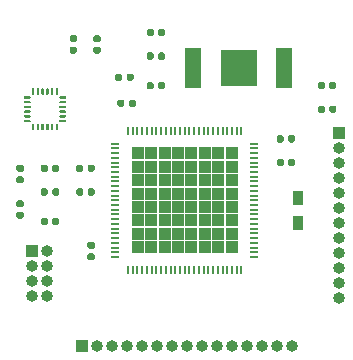
<source format=gts>
%TF.GenerationSoftware,KiCad,Pcbnew,(5.1.6)-1*%
%TF.CreationDate,2021-01-23T06:31:54-08:00*%
%TF.ProjectId,scum3c-devboard,7363756d-3363-42d6-9465-76626f617264,rev?*%
%TF.SameCoordinates,Original*%
%TF.FileFunction,Soldermask,Top*%
%TF.FilePolarity,Negative*%
%FSLAX46Y46*%
G04 Gerber Fmt 4.6, Leading zero omitted, Abs format (unit mm)*
G04 Created by KiCad (PCBNEW (5.1.6)-1) date 2021-01-23 06:31:54*
%MOMM*%
%LPD*%
G01*
G04 APERTURE LIST*
%ADD10O,1.000000X1.000000*%
%ADD11R,1.000000X1.000000*%
%ADD12C,0.568750*%
%ADD13R,1.137500X1.137500*%
%ADD14O,0.200000X0.800000*%
%ADD15O,0.800000X0.200000*%
%ADD16R,0.900000X1.200000*%
%ADD17R,1.350000X3.500000*%
%ADD18R,3.170000X3.170000*%
G04 APERTURE END LIST*
%TO.C,C25*%
G36*
G01*
X90235000Y-92672500D02*
X90235000Y-92327500D01*
G75*
G02*
X90382500Y-92180000I147500J0D01*
G01*
X90677500Y-92180000D01*
G75*
G02*
X90825000Y-92327500I0J-147500D01*
G01*
X90825000Y-92672500D01*
G75*
G02*
X90677500Y-92820000I-147500J0D01*
G01*
X90382500Y-92820000D01*
G75*
G02*
X90235000Y-92672500I0J147500D01*
G01*
G37*
G36*
G01*
X91205000Y-92672500D02*
X91205000Y-92327500D01*
G75*
G02*
X91352500Y-92180000I147500J0D01*
G01*
X91647500Y-92180000D01*
G75*
G02*
X91795000Y-92327500I0J-147500D01*
G01*
X91795000Y-92672500D01*
G75*
G02*
X91647500Y-92820000I-147500J0D01*
G01*
X91352500Y-92820000D01*
G75*
G02*
X91205000Y-92672500I0J147500D01*
G01*
G37*
%TD*%
%TO.C,C26*%
G36*
G01*
X91795000Y-90327500D02*
X91795000Y-90672500D01*
G75*
G02*
X91647500Y-90820000I-147500J0D01*
G01*
X91352500Y-90820000D01*
G75*
G02*
X91205000Y-90672500I0J147500D01*
G01*
X91205000Y-90327500D01*
G75*
G02*
X91352500Y-90180000I147500J0D01*
G01*
X91647500Y-90180000D01*
G75*
G02*
X91795000Y-90327500I0J-147500D01*
G01*
G37*
G36*
G01*
X90825000Y-90327500D02*
X90825000Y-90672500D01*
G75*
G02*
X90677500Y-90820000I-147500J0D01*
G01*
X90382500Y-90820000D01*
G75*
G02*
X90235000Y-90672500I0J147500D01*
G01*
X90235000Y-90327500D01*
G75*
G02*
X90382500Y-90180000I147500J0D01*
G01*
X90677500Y-90180000D01*
G75*
G02*
X90825000Y-90327500I0J-147500D01*
G01*
G37*
%TD*%
%TO.C,U9AB1*%
G36*
G01*
X89650000Y-84275000D02*
X89550000Y-84275000D01*
G75*
G02*
X89500000Y-84225000I0J50000D01*
G01*
X89500000Y-83775000D01*
G75*
G02*
X89550000Y-83725000I50000J0D01*
G01*
X89650000Y-83725000D01*
G75*
G02*
X89700000Y-83775000I0J-50000D01*
G01*
X89700000Y-84225000D01*
G75*
G02*
X89650000Y-84275000I-50000J0D01*
G01*
G37*
G36*
G01*
X90050000Y-84275000D02*
X89950000Y-84275000D01*
G75*
G02*
X89900000Y-84225000I0J50000D01*
G01*
X89900000Y-83775000D01*
G75*
G02*
X89950000Y-83725000I50000J0D01*
G01*
X90050000Y-83725000D01*
G75*
G02*
X90100000Y-83775000I0J-50000D01*
G01*
X90100000Y-84225000D01*
G75*
G02*
X90050000Y-84275000I-50000J0D01*
G01*
G37*
G36*
G01*
X90450000Y-84275000D02*
X90350000Y-84275000D01*
G75*
G02*
X90300000Y-84225000I0J50000D01*
G01*
X90300000Y-83775000D01*
G75*
G02*
X90350000Y-83725000I50000J0D01*
G01*
X90450000Y-83725000D01*
G75*
G02*
X90500000Y-83775000I0J-50000D01*
G01*
X90500000Y-84225000D01*
G75*
G02*
X90450000Y-84275000I-50000J0D01*
G01*
G37*
G36*
G01*
X90850000Y-84275000D02*
X90750000Y-84275000D01*
G75*
G02*
X90700000Y-84225000I0J50000D01*
G01*
X90700000Y-83775000D01*
G75*
G02*
X90750000Y-83725000I50000J0D01*
G01*
X90850000Y-83725000D01*
G75*
G02*
X90900000Y-83775000I0J-50000D01*
G01*
X90900000Y-84225000D01*
G75*
G02*
X90850000Y-84275000I-50000J0D01*
G01*
G37*
G36*
G01*
X91250000Y-84275000D02*
X91150000Y-84275000D01*
G75*
G02*
X91100000Y-84225000I0J50000D01*
G01*
X91100000Y-83775000D01*
G75*
G02*
X91150000Y-83725000I50000J0D01*
G01*
X91250000Y-83725000D01*
G75*
G02*
X91300000Y-83775000I0J-50000D01*
G01*
X91300000Y-84225000D01*
G75*
G02*
X91250000Y-84275000I-50000J0D01*
G01*
G37*
G36*
G01*
X91650000Y-84275000D02*
X91550000Y-84275000D01*
G75*
G02*
X91500000Y-84225000I0J50000D01*
G01*
X91500000Y-83775000D01*
G75*
G02*
X91550000Y-83725000I50000J0D01*
G01*
X91650000Y-83725000D01*
G75*
G02*
X91700000Y-83775000I0J-50000D01*
G01*
X91700000Y-84225000D01*
G75*
G02*
X91650000Y-84275000I-50000J0D01*
G01*
G37*
G36*
G01*
X91825000Y-84550000D02*
X91825000Y-84450000D01*
G75*
G02*
X91875000Y-84400000I50000J0D01*
G01*
X92325000Y-84400000D01*
G75*
G02*
X92375000Y-84450000I0J-50000D01*
G01*
X92375000Y-84550000D01*
G75*
G02*
X92325000Y-84600000I-50000J0D01*
G01*
X91875000Y-84600000D01*
G75*
G02*
X91825000Y-84550000I0J50000D01*
G01*
G37*
G36*
G01*
X91825000Y-84950000D02*
X91825000Y-84850000D01*
G75*
G02*
X91875000Y-84800000I50000J0D01*
G01*
X92325000Y-84800000D01*
G75*
G02*
X92375000Y-84850000I0J-50000D01*
G01*
X92375000Y-84950000D01*
G75*
G02*
X92325000Y-85000000I-50000J0D01*
G01*
X91875000Y-85000000D01*
G75*
G02*
X91825000Y-84950000I0J50000D01*
G01*
G37*
G36*
G01*
X91825000Y-85350000D02*
X91825000Y-85250000D01*
G75*
G02*
X91875000Y-85200000I50000J0D01*
G01*
X92325000Y-85200000D01*
G75*
G02*
X92375000Y-85250000I0J-50000D01*
G01*
X92375000Y-85350000D01*
G75*
G02*
X92325000Y-85400000I-50000J0D01*
G01*
X91875000Y-85400000D01*
G75*
G02*
X91825000Y-85350000I0J50000D01*
G01*
G37*
G36*
G01*
X91825000Y-85750000D02*
X91825000Y-85650000D01*
G75*
G02*
X91875000Y-85600000I50000J0D01*
G01*
X92325000Y-85600000D01*
G75*
G02*
X92375000Y-85650000I0J-50000D01*
G01*
X92375000Y-85750000D01*
G75*
G02*
X92325000Y-85800000I-50000J0D01*
G01*
X91875000Y-85800000D01*
G75*
G02*
X91825000Y-85750000I0J50000D01*
G01*
G37*
G36*
G01*
X91825000Y-86150000D02*
X91825000Y-86050000D01*
G75*
G02*
X91875000Y-86000000I50000J0D01*
G01*
X92325000Y-86000000D01*
G75*
G02*
X92375000Y-86050000I0J-50000D01*
G01*
X92375000Y-86150000D01*
G75*
G02*
X92325000Y-86200000I-50000J0D01*
G01*
X91875000Y-86200000D01*
G75*
G02*
X91825000Y-86150000I0J50000D01*
G01*
G37*
G36*
G01*
X91825000Y-86550000D02*
X91825000Y-86450000D01*
G75*
G02*
X91875000Y-86400000I50000J0D01*
G01*
X92325000Y-86400000D01*
G75*
G02*
X92375000Y-86450000I0J-50000D01*
G01*
X92375000Y-86550000D01*
G75*
G02*
X92325000Y-86600000I-50000J0D01*
G01*
X91875000Y-86600000D01*
G75*
G02*
X91825000Y-86550000I0J50000D01*
G01*
G37*
G36*
G01*
X91650000Y-87275000D02*
X91550000Y-87275000D01*
G75*
G02*
X91500000Y-87225000I0J50000D01*
G01*
X91500000Y-86775000D01*
G75*
G02*
X91550000Y-86725000I50000J0D01*
G01*
X91650000Y-86725000D01*
G75*
G02*
X91700000Y-86775000I0J-50000D01*
G01*
X91700000Y-87225000D01*
G75*
G02*
X91650000Y-87275000I-50000J0D01*
G01*
G37*
G36*
G01*
X91250000Y-87275000D02*
X91150000Y-87275000D01*
G75*
G02*
X91100000Y-87225000I0J50000D01*
G01*
X91100000Y-86775000D01*
G75*
G02*
X91150000Y-86725000I50000J0D01*
G01*
X91250000Y-86725000D01*
G75*
G02*
X91300000Y-86775000I0J-50000D01*
G01*
X91300000Y-87225000D01*
G75*
G02*
X91250000Y-87275000I-50000J0D01*
G01*
G37*
G36*
G01*
X90850000Y-87275000D02*
X90750000Y-87275000D01*
G75*
G02*
X90700000Y-87225000I0J50000D01*
G01*
X90700000Y-86775000D01*
G75*
G02*
X90750000Y-86725000I50000J0D01*
G01*
X90850000Y-86725000D01*
G75*
G02*
X90900000Y-86775000I0J-50000D01*
G01*
X90900000Y-87225000D01*
G75*
G02*
X90850000Y-87275000I-50000J0D01*
G01*
G37*
G36*
G01*
X90450000Y-87275000D02*
X90350000Y-87275000D01*
G75*
G02*
X90300000Y-87225000I0J50000D01*
G01*
X90300000Y-86775000D01*
G75*
G02*
X90350000Y-86725000I50000J0D01*
G01*
X90450000Y-86725000D01*
G75*
G02*
X90500000Y-86775000I0J-50000D01*
G01*
X90500000Y-87225000D01*
G75*
G02*
X90450000Y-87275000I-50000J0D01*
G01*
G37*
G36*
G01*
X90050000Y-87275000D02*
X89950000Y-87275000D01*
G75*
G02*
X89900000Y-87225000I0J50000D01*
G01*
X89900000Y-86775000D01*
G75*
G02*
X89950000Y-86725000I50000J0D01*
G01*
X90050000Y-86725000D01*
G75*
G02*
X90100000Y-86775000I0J-50000D01*
G01*
X90100000Y-87225000D01*
G75*
G02*
X90050000Y-87275000I-50000J0D01*
G01*
G37*
G36*
G01*
X89650000Y-87275000D02*
X89550000Y-87275000D01*
G75*
G02*
X89500000Y-87225000I0J50000D01*
G01*
X89500000Y-86775000D01*
G75*
G02*
X89550000Y-86725000I50000J0D01*
G01*
X89650000Y-86725000D01*
G75*
G02*
X89700000Y-86775000I0J-50000D01*
G01*
X89700000Y-87225000D01*
G75*
G02*
X89650000Y-87275000I-50000J0D01*
G01*
G37*
G36*
G01*
X88825000Y-86550000D02*
X88825000Y-86450000D01*
G75*
G02*
X88875000Y-86400000I50000J0D01*
G01*
X89325000Y-86400000D01*
G75*
G02*
X89375000Y-86450000I0J-50000D01*
G01*
X89375000Y-86550000D01*
G75*
G02*
X89325000Y-86600000I-50000J0D01*
G01*
X88875000Y-86600000D01*
G75*
G02*
X88825000Y-86550000I0J50000D01*
G01*
G37*
G36*
G01*
X88825000Y-86150000D02*
X88825000Y-86050000D01*
G75*
G02*
X88875000Y-86000000I50000J0D01*
G01*
X89325000Y-86000000D01*
G75*
G02*
X89375000Y-86050000I0J-50000D01*
G01*
X89375000Y-86150000D01*
G75*
G02*
X89325000Y-86200000I-50000J0D01*
G01*
X88875000Y-86200000D01*
G75*
G02*
X88825000Y-86150000I0J50000D01*
G01*
G37*
G36*
G01*
X88825000Y-85750000D02*
X88825000Y-85650000D01*
G75*
G02*
X88875000Y-85600000I50000J0D01*
G01*
X89325000Y-85600000D01*
G75*
G02*
X89375000Y-85650000I0J-50000D01*
G01*
X89375000Y-85750000D01*
G75*
G02*
X89325000Y-85800000I-50000J0D01*
G01*
X88875000Y-85800000D01*
G75*
G02*
X88825000Y-85750000I0J50000D01*
G01*
G37*
G36*
G01*
X88825000Y-85350000D02*
X88825000Y-85250000D01*
G75*
G02*
X88875000Y-85200000I50000J0D01*
G01*
X89325000Y-85200000D01*
G75*
G02*
X89375000Y-85250000I0J-50000D01*
G01*
X89375000Y-85350000D01*
G75*
G02*
X89325000Y-85400000I-50000J0D01*
G01*
X88875000Y-85400000D01*
G75*
G02*
X88825000Y-85350000I0J50000D01*
G01*
G37*
G36*
G01*
X88825000Y-84950000D02*
X88825000Y-84850000D01*
G75*
G02*
X88875000Y-84800000I50000J0D01*
G01*
X89325000Y-84800000D01*
G75*
G02*
X89375000Y-84850000I0J-50000D01*
G01*
X89375000Y-84950000D01*
G75*
G02*
X89325000Y-85000000I-50000J0D01*
G01*
X88875000Y-85000000D01*
G75*
G02*
X88825000Y-84950000I0J50000D01*
G01*
G37*
G36*
G01*
X88825000Y-84550000D02*
X88825000Y-84450000D01*
G75*
G02*
X88875000Y-84400000I50000J0D01*
G01*
X89325000Y-84400000D01*
G75*
G02*
X89375000Y-84450000I0J-50000D01*
G01*
X89375000Y-84550000D01*
G75*
G02*
X89325000Y-84600000I-50000J0D01*
G01*
X88875000Y-84600000D01*
G75*
G02*
X88825000Y-84550000I0J50000D01*
G01*
G37*
%TD*%
D10*
%TO.C,J2*%
X90770000Y-101310000D03*
X89500000Y-101310000D03*
X90770000Y-100040000D03*
X89500000Y-100040000D03*
X90770000Y-98770000D03*
X89500000Y-98770000D03*
X90770000Y-97500000D03*
D11*
X89500000Y-97500000D03*
%TD*%
D10*
%TO.C,JA1*%
X111510000Y-105500000D03*
X110240000Y-105500000D03*
X108970000Y-105500000D03*
X107700000Y-105500000D03*
X106430000Y-105500000D03*
X105160000Y-105500000D03*
X103890000Y-105500000D03*
X102620000Y-105500000D03*
X101350000Y-105500000D03*
X100080000Y-105500000D03*
X98810000Y-105500000D03*
X97540000Y-105500000D03*
X96270000Y-105500000D03*
X95000000Y-105500000D03*
D11*
X93730000Y-105500000D03*
%TD*%
%TO.C,C27*%
G36*
G01*
X90235000Y-95172500D02*
X90235000Y-94827500D01*
G75*
G02*
X90382500Y-94680000I147500J0D01*
G01*
X90677500Y-94680000D01*
G75*
G02*
X90825000Y-94827500I0J-147500D01*
G01*
X90825000Y-95172500D01*
G75*
G02*
X90677500Y-95320000I-147500J0D01*
G01*
X90382500Y-95320000D01*
G75*
G02*
X90235000Y-95172500I0J147500D01*
G01*
G37*
G36*
G01*
X91205000Y-95172500D02*
X91205000Y-94827500D01*
G75*
G02*
X91352500Y-94680000I147500J0D01*
G01*
X91647500Y-94680000D01*
G75*
G02*
X91795000Y-94827500I0J-147500D01*
G01*
X91795000Y-95172500D01*
G75*
G02*
X91647500Y-95320000I-147500J0D01*
G01*
X91352500Y-95320000D01*
G75*
G02*
X91205000Y-95172500I0J147500D01*
G01*
G37*
%TD*%
%TO.C,R2*%
G36*
G01*
X94827500Y-80190000D02*
X95172500Y-80190000D01*
G75*
G02*
X95320000Y-80337500I0J-147500D01*
G01*
X95320000Y-80632500D01*
G75*
G02*
X95172500Y-80780000I-147500J0D01*
G01*
X94827500Y-80780000D01*
G75*
G02*
X94680000Y-80632500I0J147500D01*
G01*
X94680000Y-80337500D01*
G75*
G02*
X94827500Y-80190000I147500J0D01*
G01*
G37*
G36*
G01*
X94827500Y-79220000D02*
X95172500Y-79220000D01*
G75*
G02*
X95320000Y-79367500I0J-147500D01*
G01*
X95320000Y-79662500D01*
G75*
G02*
X95172500Y-79810000I-147500J0D01*
G01*
X94827500Y-79810000D01*
G75*
G02*
X94680000Y-79662500I0J147500D01*
G01*
X94680000Y-79367500D01*
G75*
G02*
X94827500Y-79220000I147500J0D01*
G01*
G37*
%TD*%
%TO.C,R1*%
G36*
G01*
X93172500Y-79810000D02*
X92827500Y-79810000D01*
G75*
G02*
X92680000Y-79662500I0J147500D01*
G01*
X92680000Y-79367500D01*
G75*
G02*
X92827500Y-79220000I147500J0D01*
G01*
X93172500Y-79220000D01*
G75*
G02*
X93320000Y-79367500I0J-147500D01*
G01*
X93320000Y-79662500D01*
G75*
G02*
X93172500Y-79810000I-147500J0D01*
G01*
G37*
G36*
G01*
X93172500Y-80780000D02*
X92827500Y-80780000D01*
G75*
G02*
X92680000Y-80632500I0J147500D01*
G01*
X92680000Y-80337500D01*
G75*
G02*
X92827500Y-80190000I147500J0D01*
G01*
X93172500Y-80190000D01*
G75*
G02*
X93320000Y-80337500I0J-147500D01*
G01*
X93320000Y-80632500D01*
G75*
G02*
X93172500Y-80780000I-147500J0D01*
G01*
G37*
%TD*%
D10*
%TO.C,JB1*%
X115500000Y-101470000D03*
X115500000Y-100200000D03*
X115500000Y-98930000D03*
X115500000Y-97660000D03*
X115500000Y-96390000D03*
X115500000Y-95120000D03*
X115500000Y-93850000D03*
X115500000Y-92580000D03*
X115500000Y-91310000D03*
X115500000Y-90040000D03*
X115500000Y-88770000D03*
D11*
X115500000Y-87500000D03*
%TD*%
%TO.C,R13*%
G36*
G01*
X111190000Y-88172500D02*
X111190000Y-87827500D01*
G75*
G02*
X111337500Y-87680000I147500J0D01*
G01*
X111632500Y-87680000D01*
G75*
G02*
X111780000Y-87827500I0J-147500D01*
G01*
X111780000Y-88172500D01*
G75*
G02*
X111632500Y-88320000I-147500J0D01*
G01*
X111337500Y-88320000D01*
G75*
G02*
X111190000Y-88172500I0J147500D01*
G01*
G37*
G36*
G01*
X110220000Y-88172500D02*
X110220000Y-87827500D01*
G75*
G02*
X110367500Y-87680000I147500J0D01*
G01*
X110662500Y-87680000D01*
G75*
G02*
X110810000Y-87827500I0J-147500D01*
G01*
X110810000Y-88172500D01*
G75*
G02*
X110662500Y-88320000I-147500J0D01*
G01*
X110367500Y-88320000D01*
G75*
G02*
X110220000Y-88172500I0J147500D01*
G01*
G37*
%TD*%
%TO.C,C24*%
G36*
G01*
X98295000Y-84827500D02*
X98295000Y-85172500D01*
G75*
G02*
X98147500Y-85320000I-147500J0D01*
G01*
X97852500Y-85320000D01*
G75*
G02*
X97705000Y-85172500I0J147500D01*
G01*
X97705000Y-84827500D01*
G75*
G02*
X97852500Y-84680000I147500J0D01*
G01*
X98147500Y-84680000D01*
G75*
G02*
X98295000Y-84827500I0J-147500D01*
G01*
G37*
G36*
G01*
X97325000Y-84827500D02*
X97325000Y-85172500D01*
G75*
G02*
X97177500Y-85320000I-147500J0D01*
G01*
X96882500Y-85320000D01*
G75*
G02*
X96735000Y-85172500I0J147500D01*
G01*
X96735000Y-84827500D01*
G75*
G02*
X96882500Y-84680000I147500J0D01*
G01*
X97177500Y-84680000D01*
G75*
G02*
X97325000Y-84827500I0J-147500D01*
G01*
G37*
%TD*%
D12*
%TO.C,U8*%
X106412500Y-97187500D03*
X106412500Y-96050000D03*
X106412500Y-94912500D03*
X106412500Y-93775000D03*
X106412500Y-92637500D03*
X106412500Y-91500000D03*
X106412500Y-90362500D03*
X106412500Y-89225000D03*
X105275000Y-97187500D03*
X105275000Y-96050000D03*
X105275000Y-94912500D03*
X105275000Y-93775000D03*
X105275000Y-92637500D03*
X105275000Y-91500000D03*
X105275000Y-90362500D03*
X105275000Y-89225000D03*
X104137500Y-97187500D03*
X104137500Y-96050000D03*
X104137500Y-94912500D03*
X104137500Y-93775000D03*
X104137500Y-92637500D03*
X104137500Y-91500000D03*
X104137500Y-90362500D03*
X104137500Y-89225000D03*
X103000000Y-97187500D03*
X103000000Y-96050000D03*
X103000000Y-94912500D03*
X103000000Y-93775000D03*
X103000000Y-92637500D03*
X103000000Y-91500000D03*
X103000000Y-90362500D03*
X103000000Y-89225000D03*
X101862500Y-97187500D03*
X101862500Y-96050000D03*
X101862500Y-94912500D03*
X101862500Y-93775000D03*
X101862500Y-92637500D03*
X101862500Y-91500000D03*
X101862500Y-90362500D03*
X101862500Y-89225000D03*
X100725000Y-97187500D03*
X100725000Y-96050000D03*
X100725000Y-94912500D03*
X100725000Y-93775000D03*
X100725000Y-92637500D03*
X100725000Y-91500000D03*
X100725000Y-90362500D03*
X100725000Y-89225000D03*
X99587500Y-97187500D03*
X99587500Y-96050000D03*
X99587500Y-94912500D03*
X99587500Y-93775000D03*
X99587500Y-92637500D03*
X99587500Y-91500000D03*
X99587500Y-90362500D03*
X99587500Y-89225000D03*
X98450000Y-97187500D03*
X98450000Y-96050000D03*
X98450000Y-94912500D03*
X98450000Y-93775000D03*
X98450000Y-92637500D03*
X98450000Y-91500000D03*
X98450000Y-90362500D03*
X98450000Y-89225000D03*
D13*
X106412500Y-97187500D03*
X106412500Y-96050000D03*
X106412500Y-94912500D03*
X106412500Y-93775000D03*
X106412500Y-92637500D03*
X106412500Y-91500000D03*
X106412500Y-90362500D03*
X106412500Y-89225000D03*
X105275000Y-97187500D03*
X105275000Y-96050000D03*
X105275000Y-94912500D03*
X105275000Y-93775000D03*
X105275000Y-92637500D03*
X105275000Y-91500000D03*
X105275000Y-90362500D03*
X105275000Y-89225000D03*
X104137500Y-97187500D03*
X104137500Y-96050000D03*
X104137500Y-94912500D03*
X104137500Y-93775000D03*
X104137500Y-92637500D03*
X104137500Y-91500000D03*
X104137500Y-90362500D03*
X104137500Y-89225000D03*
X103000000Y-97187500D03*
X103000000Y-96050000D03*
X103000000Y-94912500D03*
X103000000Y-93775000D03*
X103000000Y-92637500D03*
X103000000Y-91500000D03*
X103000000Y-90362500D03*
X103000000Y-89225000D03*
X101862500Y-97187500D03*
X101862500Y-96050000D03*
X101862500Y-94912500D03*
X101862500Y-93775000D03*
X101862500Y-92637500D03*
X101862500Y-91500000D03*
X101862500Y-90362500D03*
X101862500Y-89225000D03*
X100725000Y-97187500D03*
X100725000Y-96050000D03*
X100725000Y-94912500D03*
X100725000Y-93775000D03*
X100725000Y-92637500D03*
X100725000Y-91500000D03*
X100725000Y-90362500D03*
X100725000Y-89225000D03*
X99587500Y-97187500D03*
X99587500Y-96050000D03*
X99587500Y-94912500D03*
X99587500Y-93775000D03*
X99587500Y-92637500D03*
X99587500Y-91500000D03*
X99587500Y-90362500D03*
X99587500Y-89225000D03*
X98450000Y-97187500D03*
X98450000Y-96050000D03*
X98450000Y-94912500D03*
X98450000Y-93775000D03*
X98450000Y-92637500D03*
X98450000Y-91500000D03*
X98450000Y-90362500D03*
X98450000Y-89225000D03*
D14*
X97631250Y-87306250D03*
X98031250Y-87306250D03*
X98431250Y-87306250D03*
X98831250Y-87306250D03*
X99231250Y-87306250D03*
X99631250Y-87306250D03*
X100031250Y-87306250D03*
X100431250Y-87306250D03*
X100831250Y-87306250D03*
X101231250Y-87306250D03*
X101631250Y-87306250D03*
X102031250Y-87306250D03*
X102431250Y-87306250D03*
X102831250Y-87306250D03*
X103231250Y-87306250D03*
X103631250Y-87306250D03*
X104031250Y-87306250D03*
X104431250Y-87306250D03*
X104831250Y-87306250D03*
X105231250Y-87306250D03*
X105631250Y-87306250D03*
X106031250Y-87306250D03*
X106431250Y-87306250D03*
X106831250Y-87306250D03*
X107231250Y-87306250D03*
D15*
X108331250Y-88406250D03*
X108331250Y-88806250D03*
X108331250Y-89206250D03*
X108331250Y-89606250D03*
X108331250Y-90006250D03*
X108331250Y-90406250D03*
X108331250Y-90806250D03*
X108331250Y-91206250D03*
X108331250Y-91606250D03*
X108331250Y-92006250D03*
X108331250Y-92406250D03*
X108331250Y-92806250D03*
X108331250Y-93206250D03*
X108331250Y-93606250D03*
X108331250Y-94006250D03*
X108331250Y-94406250D03*
X108331250Y-94806250D03*
X108331250Y-95206250D03*
X108331250Y-95606250D03*
X108331250Y-96006250D03*
X108331250Y-96406250D03*
X108331250Y-96806250D03*
X108331250Y-97206250D03*
X108331250Y-97606250D03*
X108331250Y-98006250D03*
D14*
X107231250Y-99106250D03*
X106831250Y-99106250D03*
X106431250Y-99106250D03*
X106031250Y-99106250D03*
X105631250Y-99106250D03*
X105231250Y-99106250D03*
X104831250Y-99106250D03*
X104431250Y-99106250D03*
X104031250Y-99106250D03*
X103631250Y-99106250D03*
X103231250Y-99106250D03*
X102831250Y-99106250D03*
X102431250Y-99106250D03*
X102031250Y-99106250D03*
X101631250Y-99106250D03*
X101231250Y-99106250D03*
X100831250Y-99106250D03*
X100431250Y-99106250D03*
X100031250Y-99106250D03*
X99631250Y-99106250D03*
X99231250Y-99106250D03*
X98831250Y-99106250D03*
X98431250Y-99106250D03*
X98031250Y-99106250D03*
X97631250Y-99106250D03*
D15*
X96531250Y-98006250D03*
X96531250Y-97606250D03*
X96531250Y-97206250D03*
X96531250Y-96806250D03*
X96531250Y-96406250D03*
X96531250Y-96006250D03*
X96531250Y-95606250D03*
X96531250Y-95206250D03*
X96531250Y-94806250D03*
X96531250Y-94406250D03*
X96531250Y-94006250D03*
X96531250Y-93606250D03*
X96531250Y-93206250D03*
X96531250Y-92806250D03*
X96531250Y-92406250D03*
X96531250Y-92006250D03*
X96531250Y-91606250D03*
X96531250Y-91206250D03*
X96531250Y-90806250D03*
X96531250Y-90406250D03*
X96531250Y-90006250D03*
X96531250Y-89606250D03*
X96531250Y-89206250D03*
X96531250Y-88806250D03*
X96531250Y-88406250D03*
%TD*%
D16*
%TO.C,LED1*%
X112000000Y-93000000D03*
X112000000Y-95100000D03*
%TD*%
D17*
%TO.C,BT1*%
X110850000Y-82000000D03*
D18*
X107000000Y-82000000D03*
D17*
X103150000Y-82000000D03*
%TD*%
%TO.C,R14*%
G36*
G01*
X93825000Y-92327500D02*
X93825000Y-92672500D01*
G75*
G02*
X93677500Y-92820000I-147500J0D01*
G01*
X93382500Y-92820000D01*
G75*
G02*
X93235000Y-92672500I0J147500D01*
G01*
X93235000Y-92327500D01*
G75*
G02*
X93382500Y-92180000I147500J0D01*
G01*
X93677500Y-92180000D01*
G75*
G02*
X93825000Y-92327500I0J-147500D01*
G01*
G37*
G36*
G01*
X94795000Y-92327500D02*
X94795000Y-92672500D01*
G75*
G02*
X94647500Y-92820000I-147500J0D01*
G01*
X94352500Y-92820000D01*
G75*
G02*
X94205000Y-92672500I0J147500D01*
G01*
X94205000Y-92327500D01*
G75*
G02*
X94352500Y-92180000I147500J0D01*
G01*
X94647500Y-92180000D01*
G75*
G02*
X94795000Y-92327500I0J-147500D01*
G01*
G37*
%TD*%
%TO.C,R12*%
G36*
G01*
X100175000Y-83672500D02*
X100175000Y-83327500D01*
G75*
G02*
X100322500Y-83180000I147500J0D01*
G01*
X100617500Y-83180000D01*
G75*
G02*
X100765000Y-83327500I0J-147500D01*
G01*
X100765000Y-83672500D01*
G75*
G02*
X100617500Y-83820000I-147500J0D01*
G01*
X100322500Y-83820000D01*
G75*
G02*
X100175000Y-83672500I0J147500D01*
G01*
G37*
G36*
G01*
X99205000Y-83672500D02*
X99205000Y-83327500D01*
G75*
G02*
X99352500Y-83180000I147500J0D01*
G01*
X99647500Y-83180000D01*
G75*
G02*
X99795000Y-83327500I0J-147500D01*
G01*
X99795000Y-83672500D01*
G75*
G02*
X99647500Y-83820000I-147500J0D01*
G01*
X99352500Y-83820000D01*
G75*
G02*
X99205000Y-83672500I0J147500D01*
G01*
G37*
%TD*%
%TO.C,C13*%
G36*
G01*
X98095000Y-82627500D02*
X98095000Y-82972500D01*
G75*
G02*
X97947500Y-83120000I-147500J0D01*
G01*
X97652500Y-83120000D01*
G75*
G02*
X97505000Y-82972500I0J147500D01*
G01*
X97505000Y-82627500D01*
G75*
G02*
X97652500Y-82480000I147500J0D01*
G01*
X97947500Y-82480000D01*
G75*
G02*
X98095000Y-82627500I0J-147500D01*
G01*
G37*
G36*
G01*
X97125000Y-82627500D02*
X97125000Y-82972500D01*
G75*
G02*
X96977500Y-83120000I-147500J0D01*
G01*
X96682500Y-83120000D01*
G75*
G02*
X96535000Y-82972500I0J147500D01*
G01*
X96535000Y-82627500D01*
G75*
G02*
X96682500Y-82480000I147500J0D01*
G01*
X96977500Y-82480000D01*
G75*
G02*
X97125000Y-82627500I0J-147500D01*
G01*
G37*
%TD*%
%TO.C,C14*%
G36*
G01*
X113705000Y-85672500D02*
X113705000Y-85327500D01*
G75*
G02*
X113852500Y-85180000I147500J0D01*
G01*
X114147500Y-85180000D01*
G75*
G02*
X114295000Y-85327500I0J-147500D01*
G01*
X114295000Y-85672500D01*
G75*
G02*
X114147500Y-85820000I-147500J0D01*
G01*
X113852500Y-85820000D01*
G75*
G02*
X113705000Y-85672500I0J147500D01*
G01*
G37*
G36*
G01*
X114675000Y-85672500D02*
X114675000Y-85327500D01*
G75*
G02*
X114822500Y-85180000I147500J0D01*
G01*
X115117500Y-85180000D01*
G75*
G02*
X115265000Y-85327500I0J-147500D01*
G01*
X115265000Y-85672500D01*
G75*
G02*
X115117500Y-85820000I-147500J0D01*
G01*
X114822500Y-85820000D01*
G75*
G02*
X114675000Y-85672500I0J147500D01*
G01*
G37*
%TD*%
%TO.C,C15*%
G36*
G01*
X113705000Y-83672500D02*
X113705000Y-83327500D01*
G75*
G02*
X113852500Y-83180000I147500J0D01*
G01*
X114147500Y-83180000D01*
G75*
G02*
X114295000Y-83327500I0J-147500D01*
G01*
X114295000Y-83672500D01*
G75*
G02*
X114147500Y-83820000I-147500J0D01*
G01*
X113852500Y-83820000D01*
G75*
G02*
X113705000Y-83672500I0J147500D01*
G01*
G37*
G36*
G01*
X114675000Y-83672500D02*
X114675000Y-83327500D01*
G75*
G02*
X114822500Y-83180000I147500J0D01*
G01*
X115117500Y-83180000D01*
G75*
G02*
X115265000Y-83327500I0J-147500D01*
G01*
X115265000Y-83672500D01*
G75*
G02*
X115117500Y-83820000I-147500J0D01*
G01*
X114822500Y-83820000D01*
G75*
G02*
X114675000Y-83672500I0J147500D01*
G01*
G37*
%TD*%
%TO.C,C16*%
G36*
G01*
X88672500Y-90795000D02*
X88327500Y-90795000D01*
G75*
G02*
X88180000Y-90647500I0J147500D01*
G01*
X88180000Y-90352500D01*
G75*
G02*
X88327500Y-90205000I147500J0D01*
G01*
X88672500Y-90205000D01*
G75*
G02*
X88820000Y-90352500I0J-147500D01*
G01*
X88820000Y-90647500D01*
G75*
G02*
X88672500Y-90795000I-147500J0D01*
G01*
G37*
G36*
G01*
X88672500Y-91765000D02*
X88327500Y-91765000D01*
G75*
G02*
X88180000Y-91617500I0J147500D01*
G01*
X88180000Y-91322500D01*
G75*
G02*
X88327500Y-91175000I147500J0D01*
G01*
X88672500Y-91175000D01*
G75*
G02*
X88820000Y-91322500I0J-147500D01*
G01*
X88820000Y-91617500D01*
G75*
G02*
X88672500Y-91765000I-147500J0D01*
G01*
G37*
%TD*%
%TO.C,C17*%
G36*
G01*
X88672500Y-94765000D02*
X88327500Y-94765000D01*
G75*
G02*
X88180000Y-94617500I0J147500D01*
G01*
X88180000Y-94322500D01*
G75*
G02*
X88327500Y-94175000I147500J0D01*
G01*
X88672500Y-94175000D01*
G75*
G02*
X88820000Y-94322500I0J-147500D01*
G01*
X88820000Y-94617500D01*
G75*
G02*
X88672500Y-94765000I-147500J0D01*
G01*
G37*
G36*
G01*
X88672500Y-93795000D02*
X88327500Y-93795000D01*
G75*
G02*
X88180000Y-93647500I0J147500D01*
G01*
X88180000Y-93352500D01*
G75*
G02*
X88327500Y-93205000I147500J0D01*
G01*
X88672500Y-93205000D01*
G75*
G02*
X88820000Y-93352500I0J-147500D01*
G01*
X88820000Y-93647500D01*
G75*
G02*
X88672500Y-93795000I-147500J0D01*
G01*
G37*
%TD*%
%TO.C,C18*%
G36*
G01*
X99810000Y-78827500D02*
X99810000Y-79172500D01*
G75*
G02*
X99662500Y-79320000I-147500J0D01*
G01*
X99367500Y-79320000D01*
G75*
G02*
X99220000Y-79172500I0J147500D01*
G01*
X99220000Y-78827500D01*
G75*
G02*
X99367500Y-78680000I147500J0D01*
G01*
X99662500Y-78680000D01*
G75*
G02*
X99810000Y-78827500I0J-147500D01*
G01*
G37*
G36*
G01*
X100780000Y-78827500D02*
X100780000Y-79172500D01*
G75*
G02*
X100632500Y-79320000I-147500J0D01*
G01*
X100337500Y-79320000D01*
G75*
G02*
X100190000Y-79172500I0J147500D01*
G01*
X100190000Y-78827500D01*
G75*
G02*
X100337500Y-78680000I147500J0D01*
G01*
X100632500Y-78680000D01*
G75*
G02*
X100780000Y-78827500I0J-147500D01*
G01*
G37*
%TD*%
%TO.C,C19*%
G36*
G01*
X100765000Y-80827500D02*
X100765000Y-81172500D01*
G75*
G02*
X100617500Y-81320000I-147500J0D01*
G01*
X100322500Y-81320000D01*
G75*
G02*
X100175000Y-81172500I0J147500D01*
G01*
X100175000Y-80827500D01*
G75*
G02*
X100322500Y-80680000I147500J0D01*
G01*
X100617500Y-80680000D01*
G75*
G02*
X100765000Y-80827500I0J-147500D01*
G01*
G37*
G36*
G01*
X99795000Y-80827500D02*
X99795000Y-81172500D01*
G75*
G02*
X99647500Y-81320000I-147500J0D01*
G01*
X99352500Y-81320000D01*
G75*
G02*
X99205000Y-81172500I0J147500D01*
G01*
X99205000Y-80827500D01*
G75*
G02*
X99352500Y-80680000I147500J0D01*
G01*
X99647500Y-80680000D01*
G75*
G02*
X99795000Y-80827500I0J-147500D01*
G01*
G37*
%TD*%
%TO.C,C20*%
G36*
G01*
X110825000Y-89827500D02*
X110825000Y-90172500D01*
G75*
G02*
X110677500Y-90320000I-147500J0D01*
G01*
X110382500Y-90320000D01*
G75*
G02*
X110235000Y-90172500I0J147500D01*
G01*
X110235000Y-89827500D01*
G75*
G02*
X110382500Y-89680000I147500J0D01*
G01*
X110677500Y-89680000D01*
G75*
G02*
X110825000Y-89827500I0J-147500D01*
G01*
G37*
G36*
G01*
X111795000Y-89827500D02*
X111795000Y-90172500D01*
G75*
G02*
X111647500Y-90320000I-147500J0D01*
G01*
X111352500Y-90320000D01*
G75*
G02*
X111205000Y-90172500I0J147500D01*
G01*
X111205000Y-89827500D01*
G75*
G02*
X111352500Y-89680000I147500J0D01*
G01*
X111647500Y-89680000D01*
G75*
G02*
X111795000Y-89827500I0J-147500D01*
G01*
G37*
%TD*%
%TO.C,C21*%
G36*
G01*
X94795000Y-90327500D02*
X94795000Y-90672500D01*
G75*
G02*
X94647500Y-90820000I-147500J0D01*
G01*
X94352500Y-90820000D01*
G75*
G02*
X94205000Y-90672500I0J147500D01*
G01*
X94205000Y-90327500D01*
G75*
G02*
X94352500Y-90180000I147500J0D01*
G01*
X94647500Y-90180000D01*
G75*
G02*
X94795000Y-90327500I0J-147500D01*
G01*
G37*
G36*
G01*
X93825000Y-90327500D02*
X93825000Y-90672500D01*
G75*
G02*
X93677500Y-90820000I-147500J0D01*
G01*
X93382500Y-90820000D01*
G75*
G02*
X93235000Y-90672500I0J147500D01*
G01*
X93235000Y-90327500D01*
G75*
G02*
X93382500Y-90180000I147500J0D01*
G01*
X93677500Y-90180000D01*
G75*
G02*
X93825000Y-90327500I0J-147500D01*
G01*
G37*
%TD*%
%TO.C,C22*%
G36*
G01*
X94327500Y-96735000D02*
X94672500Y-96735000D01*
G75*
G02*
X94820000Y-96882500I0J-147500D01*
G01*
X94820000Y-97177500D01*
G75*
G02*
X94672500Y-97325000I-147500J0D01*
G01*
X94327500Y-97325000D01*
G75*
G02*
X94180000Y-97177500I0J147500D01*
G01*
X94180000Y-96882500D01*
G75*
G02*
X94327500Y-96735000I147500J0D01*
G01*
G37*
G36*
G01*
X94327500Y-97705000D02*
X94672500Y-97705000D01*
G75*
G02*
X94820000Y-97852500I0J-147500D01*
G01*
X94820000Y-98147500D01*
G75*
G02*
X94672500Y-98295000I-147500J0D01*
G01*
X94327500Y-98295000D01*
G75*
G02*
X94180000Y-98147500I0J147500D01*
G01*
X94180000Y-97852500D01*
G75*
G02*
X94327500Y-97705000I147500J0D01*
G01*
G37*
%TD*%
M02*

</source>
